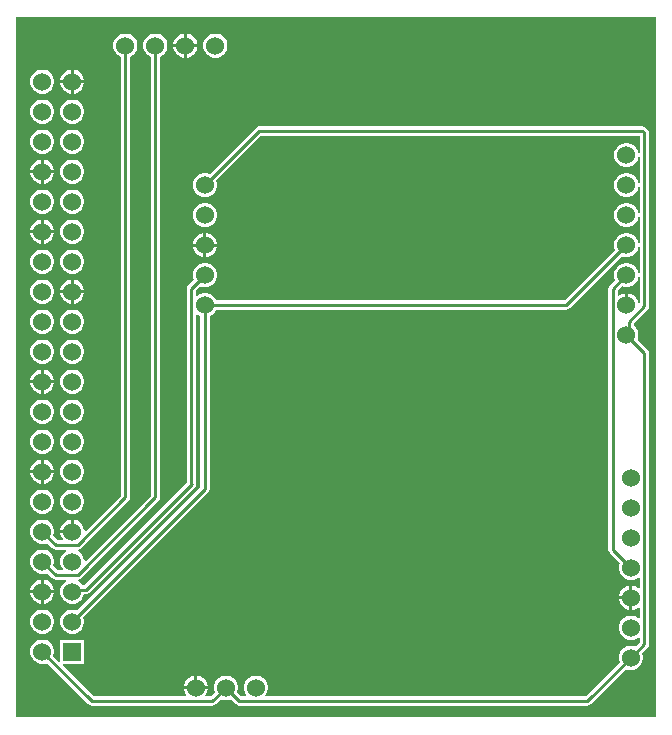
<source format=gtl>
G04*
G04 #@! TF.GenerationSoftware,Altium Limited,Altium Designer,23.4.1 (23)*
G04*
G04 Layer_Physical_Order=1*
G04 Layer_Color=255*
%FSLAX44Y44*%
%MOMM*%
G71*
G04*
G04 #@! TF.SameCoordinates,85A289D2-1239-4559-B1A6-7CFCC22C1876*
G04*
G04*
G04 #@! TF.FilePolarity,Positive*
G04*
G01*
G75*
%ADD10C,0.2540*%
%ADD13C,1.5240*%
%ADD14R,1.5240X1.5240*%
G36*
X546025Y367105D02*
X3885D01*
X3885Y960045D01*
X546025Y960045D01*
X546025Y367105D01*
D02*
G37*
%LPC*%
G36*
X148658Y946150D02*
X148590D01*
Y937260D01*
X157480D01*
Y937328D01*
X156788Y939912D01*
X155450Y942228D01*
X153558Y944120D01*
X151242Y945458D01*
X148658Y946150D01*
D02*
G37*
G36*
X146050D02*
X145982D01*
X143398Y945458D01*
X141082Y944120D01*
X139190Y942228D01*
X137852Y939912D01*
X137160Y937328D01*
Y937260D01*
X146050D01*
Y946150D01*
D02*
G37*
G36*
X174058D02*
X171382D01*
X168798Y945458D01*
X166482Y944120D01*
X164590Y942228D01*
X163252Y939912D01*
X162560Y937328D01*
Y934652D01*
X163252Y932068D01*
X164590Y929752D01*
X166482Y927860D01*
X168798Y926522D01*
X171382Y925830D01*
X174058D01*
X176642Y926522D01*
X178958Y927860D01*
X180850Y929752D01*
X182188Y932068D01*
X182880Y934652D01*
Y937328D01*
X182188Y939912D01*
X180850Y942228D01*
X178958Y944120D01*
X176642Y945458D01*
X174058Y946150D01*
D02*
G37*
G36*
X157480Y934720D02*
X148590D01*
Y925830D01*
X148658D01*
X151242Y926522D01*
X153558Y927860D01*
X155450Y929752D01*
X156788Y932068D01*
X157480Y934652D01*
Y934720D01*
D02*
G37*
G36*
X146050D02*
X137160D01*
Y934652D01*
X137852Y932068D01*
X139190Y929752D01*
X141082Y927860D01*
X143398Y926522D01*
X145982Y925830D01*
X146050D01*
Y934720D01*
D02*
G37*
G36*
X52807Y915670D02*
X52740D01*
Y906780D01*
X61630D01*
Y906848D01*
X60938Y909432D01*
X59600Y911748D01*
X57708Y913640D01*
X55392Y914978D01*
X52807Y915670D01*
D02*
G37*
G36*
X50200D02*
X50132D01*
X47548Y914978D01*
X45232Y913640D01*
X43340Y911748D01*
X42002Y909432D01*
X41310Y906848D01*
Y906780D01*
X50200D01*
Y915670D01*
D02*
G37*
G36*
X61630Y904240D02*
X52740D01*
Y895350D01*
X52807D01*
X55392Y896042D01*
X57708Y897380D01*
X59600Y899272D01*
X60938Y901588D01*
X61630Y904172D01*
Y904240D01*
D02*
G37*
G36*
X50200D02*
X41310D01*
Y904172D01*
X42002Y901588D01*
X43340Y899272D01*
X45232Y897380D01*
X47548Y896042D01*
X50132Y895350D01*
X50200D01*
Y904240D01*
D02*
G37*
G36*
X27408Y915670D02*
X24732D01*
X22148Y914978D01*
X19832Y913640D01*
X17940Y911748D01*
X16602Y909432D01*
X15910Y906848D01*
Y904172D01*
X16602Y901588D01*
X17940Y899272D01*
X19832Y897380D01*
X22148Y896042D01*
X24732Y895350D01*
X27408D01*
X29992Y896042D01*
X32308Y897380D01*
X34200Y899272D01*
X35538Y901588D01*
X36230Y904172D01*
Y906848D01*
X35538Y909432D01*
X34200Y911748D01*
X32308Y913640D01*
X29992Y914978D01*
X27408Y915670D01*
D02*
G37*
G36*
X52807Y890270D02*
X50132D01*
X47548Y889578D01*
X45232Y888240D01*
X43340Y886348D01*
X42002Y884032D01*
X41310Y881448D01*
Y878772D01*
X42002Y876188D01*
X43340Y873872D01*
X45232Y871980D01*
X47548Y870642D01*
X50132Y869950D01*
X52807D01*
X55392Y870642D01*
X57708Y871980D01*
X59600Y873872D01*
X60938Y876188D01*
X61630Y878772D01*
Y881448D01*
X60938Y884032D01*
X59600Y886348D01*
X57708Y888240D01*
X55392Y889578D01*
X52807Y890270D01*
D02*
G37*
G36*
X27408D02*
X24732D01*
X22148Y889578D01*
X19832Y888240D01*
X17940Y886348D01*
X16602Y884032D01*
X15910Y881448D01*
Y878772D01*
X16602Y876188D01*
X17940Y873872D01*
X19832Y871980D01*
X22148Y870642D01*
X24732Y869950D01*
X27408D01*
X29992Y870642D01*
X32308Y871980D01*
X34200Y873872D01*
X35538Y876188D01*
X36230Y878772D01*
Y881448D01*
X35538Y884032D01*
X34200Y886348D01*
X32308Y888240D01*
X29992Y889578D01*
X27408Y890270D01*
D02*
G37*
G36*
X52807Y864870D02*
X50132D01*
X47548Y864178D01*
X45232Y862840D01*
X43340Y860948D01*
X42002Y858632D01*
X41310Y856048D01*
Y853372D01*
X42002Y850788D01*
X43340Y848472D01*
X45232Y846580D01*
X47548Y845242D01*
X50132Y844550D01*
X52807D01*
X55392Y845242D01*
X57708Y846580D01*
X59600Y848472D01*
X60938Y850788D01*
X61630Y853372D01*
Y856048D01*
X60938Y858632D01*
X59600Y860948D01*
X57708Y862840D01*
X55392Y864178D01*
X52807Y864870D01*
D02*
G37*
G36*
X27408D02*
X24732D01*
X22148Y864178D01*
X19832Y862840D01*
X17940Y860948D01*
X16602Y858632D01*
X15910Y856048D01*
Y853372D01*
X16602Y850788D01*
X17940Y848472D01*
X19832Y846580D01*
X22148Y845242D01*
X24732Y844550D01*
X27408D01*
X29992Y845242D01*
X32308Y846580D01*
X34200Y848472D01*
X35538Y850788D01*
X36230Y853372D01*
Y856048D01*
X35538Y858632D01*
X34200Y860948D01*
X32308Y862840D01*
X29992Y864178D01*
X27408Y864870D01*
D02*
G37*
G36*
Y839470D02*
X27340D01*
Y830580D01*
X36230D01*
Y830648D01*
X35538Y833232D01*
X34200Y835548D01*
X32308Y837440D01*
X29992Y838778D01*
X27408Y839470D01*
D02*
G37*
G36*
X24800D02*
X24732D01*
X22148Y838778D01*
X19832Y837440D01*
X17940Y835548D01*
X16602Y833232D01*
X15910Y830648D01*
Y830580D01*
X24800D01*
Y839470D01*
D02*
G37*
G36*
X52807D02*
X50132D01*
X47548Y838778D01*
X45232Y837440D01*
X43340Y835548D01*
X42002Y833232D01*
X41310Y830648D01*
Y827972D01*
X42002Y825388D01*
X43340Y823072D01*
X45232Y821180D01*
X47548Y819842D01*
X50132Y819150D01*
X52807D01*
X55392Y819842D01*
X57708Y821180D01*
X59600Y823072D01*
X60938Y825388D01*
X61630Y827972D01*
Y830648D01*
X60938Y833232D01*
X59600Y835548D01*
X57708Y837440D01*
X55392Y838778D01*
X52807Y839470D01*
D02*
G37*
G36*
X36230Y828040D02*
X27340D01*
Y819150D01*
X27408D01*
X29992Y819842D01*
X32308Y821180D01*
X34200Y823072D01*
X35538Y825388D01*
X36230Y827972D01*
Y828040D01*
D02*
G37*
G36*
X24800D02*
X15910D01*
Y827972D01*
X16602Y825388D01*
X17940Y823072D01*
X19832Y821180D01*
X22148Y819842D01*
X24732Y819150D01*
X24800D01*
Y828040D01*
D02*
G37*
G36*
X52807Y814070D02*
X50132D01*
X47548Y813378D01*
X45232Y812040D01*
X43340Y810148D01*
X42002Y807832D01*
X41310Y805248D01*
Y802572D01*
X42002Y799988D01*
X43340Y797672D01*
X45232Y795780D01*
X47548Y794442D01*
X50132Y793750D01*
X52807D01*
X55392Y794442D01*
X57708Y795780D01*
X59600Y797672D01*
X60938Y799988D01*
X61630Y802572D01*
Y805248D01*
X60938Y807832D01*
X59600Y810148D01*
X57708Y812040D01*
X55392Y813378D01*
X52807Y814070D01*
D02*
G37*
G36*
X27408D02*
X24732D01*
X22148Y813378D01*
X19832Y812040D01*
X17940Y810148D01*
X16602Y807832D01*
X15910Y805248D01*
Y802572D01*
X16602Y799988D01*
X17940Y797672D01*
X19832Y795780D01*
X22148Y794442D01*
X24732Y793750D01*
X27408D01*
X29992Y794442D01*
X32308Y795780D01*
X34200Y797672D01*
X35538Y799988D01*
X36230Y802572D01*
Y805248D01*
X35538Y807832D01*
X34200Y810148D01*
X32308Y812040D01*
X29992Y813378D01*
X27408Y814070D01*
D02*
G37*
G36*
X165168Y802640D02*
X162492D01*
X159908Y801948D01*
X157592Y800610D01*
X155700Y798718D01*
X154362Y796402D01*
X153670Y793818D01*
Y791142D01*
X154362Y788558D01*
X155700Y786242D01*
X157592Y784350D01*
X159908Y783012D01*
X162492Y782320D01*
X165168D01*
X167752Y783012D01*
X170068Y784350D01*
X171960Y786242D01*
X173298Y788558D01*
X173990Y791142D01*
Y793818D01*
X173298Y796402D01*
X171960Y798718D01*
X170068Y800610D01*
X167752Y801948D01*
X165168Y802640D01*
D02*
G37*
G36*
X27408Y788670D02*
X27340D01*
Y779780D01*
X36230D01*
Y779848D01*
X35538Y782432D01*
X34200Y784748D01*
X32308Y786640D01*
X29992Y787978D01*
X27408Y788670D01*
D02*
G37*
G36*
X24800D02*
X24732D01*
X22148Y787978D01*
X19832Y786640D01*
X17940Y784748D01*
X16602Y782432D01*
X15910Y779848D01*
Y779780D01*
X24800D01*
Y788670D01*
D02*
G37*
G36*
X165168Y777240D02*
X165100D01*
Y768350D01*
X173990D01*
Y768418D01*
X173298Y771002D01*
X171960Y773318D01*
X170068Y775210D01*
X167752Y776548D01*
X165168Y777240D01*
D02*
G37*
G36*
X52807Y788670D02*
X50132D01*
X47548Y787978D01*
X45232Y786640D01*
X43340Y784748D01*
X42002Y782432D01*
X41310Y779848D01*
Y777172D01*
X42002Y774588D01*
X43340Y772272D01*
X45232Y770380D01*
X47548Y769042D01*
X50132Y768350D01*
X52807D01*
X55392Y769042D01*
X57708Y770380D01*
X59600Y772272D01*
X60938Y774588D01*
X61630Y777172D01*
Y779848D01*
X60938Y782432D01*
X59600Y784748D01*
X57708Y786640D01*
X55392Y787978D01*
X52807Y788670D01*
D02*
G37*
G36*
X36230Y777240D02*
X27340D01*
Y768350D01*
X27408D01*
X29992Y769042D01*
X32308Y770380D01*
X34200Y772272D01*
X35538Y774588D01*
X36230Y777172D01*
Y777240D01*
D02*
G37*
G36*
X24800D02*
X15910D01*
Y777172D01*
X16602Y774588D01*
X17940Y772272D01*
X19832Y770380D01*
X22148Y769042D01*
X24732Y768350D01*
X24800D01*
Y777240D01*
D02*
G37*
G36*
X162560D02*
X162492D01*
X159908Y776548D01*
X157592Y775210D01*
X155700Y773318D01*
X154362Y771002D01*
X153670Y768418D01*
Y768350D01*
X162560D01*
Y777240D01*
D02*
G37*
G36*
X173990Y765810D02*
X165100D01*
Y756920D01*
X165168D01*
X167752Y757612D01*
X170068Y758950D01*
X171960Y760842D01*
X173298Y763158D01*
X173990Y765742D01*
Y765810D01*
D02*
G37*
G36*
X162560D02*
X153670D01*
Y765742D01*
X154362Y763158D01*
X155700Y760842D01*
X157592Y758950D01*
X159908Y757612D01*
X162492Y756920D01*
X162560D01*
Y765810D01*
D02*
G37*
G36*
X52807Y763270D02*
X50132D01*
X47548Y762578D01*
X45232Y761240D01*
X43340Y759348D01*
X42002Y757032D01*
X41310Y754448D01*
Y751772D01*
X42002Y749188D01*
X43340Y746872D01*
X45232Y744980D01*
X47548Y743642D01*
X50132Y742950D01*
X52807D01*
X55392Y743642D01*
X57708Y744980D01*
X59600Y746872D01*
X60938Y749188D01*
X61630Y751772D01*
Y754448D01*
X60938Y757032D01*
X59600Y759348D01*
X57708Y761240D01*
X55392Y762578D01*
X52807Y763270D01*
D02*
G37*
G36*
X27408D02*
X24732D01*
X22148Y762578D01*
X19832Y761240D01*
X17940Y759348D01*
X16602Y757032D01*
X15910Y754448D01*
Y751772D01*
X16602Y749188D01*
X17940Y746872D01*
X19832Y744980D01*
X22148Y743642D01*
X24732Y742950D01*
X27408D01*
X29992Y743642D01*
X32308Y744980D01*
X34200Y746872D01*
X35538Y749188D01*
X36230Y751772D01*
Y754448D01*
X35538Y757032D01*
X34200Y759348D01*
X32308Y761240D01*
X29992Y762578D01*
X27408Y763270D01*
D02*
G37*
G36*
X52807Y737870D02*
X52740D01*
Y728980D01*
X61630D01*
Y729048D01*
X60938Y731632D01*
X59600Y733948D01*
X57708Y735840D01*
X55392Y737178D01*
X52807Y737870D01*
D02*
G37*
G36*
X50200D02*
X50132D01*
X47548Y737178D01*
X45232Y735840D01*
X43340Y733948D01*
X42002Y731632D01*
X41310Y729048D01*
Y728980D01*
X50200D01*
Y737870D01*
D02*
G37*
G36*
X61630Y726440D02*
X52740D01*
Y717550D01*
X52807D01*
X55392Y718242D01*
X57708Y719580D01*
X59600Y721472D01*
X60938Y723788D01*
X61630Y726372D01*
Y726440D01*
D02*
G37*
G36*
X50200D02*
X41310D01*
Y726372D01*
X42002Y723788D01*
X43340Y721472D01*
X45232Y719580D01*
X47548Y718242D01*
X50132Y717550D01*
X50200D01*
Y726440D01*
D02*
G37*
G36*
X27408Y737870D02*
X24732D01*
X22148Y737178D01*
X19832Y735840D01*
X17940Y733948D01*
X16602Y731632D01*
X15910Y729048D01*
Y726372D01*
X16602Y723788D01*
X17940Y721472D01*
X19832Y719580D01*
X22148Y718242D01*
X24732Y717550D01*
X27408D01*
X29992Y718242D01*
X32308Y719580D01*
X34200Y721472D01*
X35538Y723788D01*
X36230Y726372D01*
Y729048D01*
X35538Y731632D01*
X34200Y733948D01*
X32308Y735840D01*
X29992Y737178D01*
X27408Y737870D01*
D02*
G37*
G36*
X52807Y712470D02*
X50132D01*
X47548Y711778D01*
X45232Y710440D01*
X43340Y708548D01*
X42002Y706232D01*
X41310Y703648D01*
Y700972D01*
X42002Y698388D01*
X43340Y696072D01*
X45232Y694180D01*
X47548Y692842D01*
X50132Y692150D01*
X52807D01*
X55392Y692842D01*
X57708Y694180D01*
X59600Y696072D01*
X60938Y698388D01*
X61630Y700972D01*
Y703648D01*
X60938Y706232D01*
X59600Y708548D01*
X57708Y710440D01*
X55392Y711778D01*
X52807Y712470D01*
D02*
G37*
G36*
X27408D02*
X24732D01*
X22148Y711778D01*
X19832Y710440D01*
X17940Y708548D01*
X16602Y706232D01*
X15910Y703648D01*
Y700972D01*
X16602Y698388D01*
X17940Y696072D01*
X19832Y694180D01*
X22148Y692842D01*
X24732Y692150D01*
X27408D01*
X29992Y692842D01*
X32308Y694180D01*
X34200Y696072D01*
X35538Y698388D01*
X36230Y700972D01*
Y703648D01*
X35538Y706232D01*
X34200Y708548D01*
X32308Y710440D01*
X29992Y711778D01*
X27408Y712470D01*
D02*
G37*
G36*
X52807Y687070D02*
X50132D01*
X47548Y686378D01*
X45232Y685040D01*
X43340Y683148D01*
X42002Y680832D01*
X41310Y678248D01*
Y675572D01*
X42002Y672988D01*
X43340Y670672D01*
X45232Y668780D01*
X47548Y667442D01*
X50132Y666750D01*
X52807D01*
X55392Y667442D01*
X57708Y668780D01*
X59600Y670672D01*
X60938Y672988D01*
X61630Y675572D01*
Y678248D01*
X60938Y680832D01*
X59600Y683148D01*
X57708Y685040D01*
X55392Y686378D01*
X52807Y687070D01*
D02*
G37*
G36*
X27408D02*
X24732D01*
X22148Y686378D01*
X19832Y685040D01*
X17940Y683148D01*
X16602Y680832D01*
X15910Y678248D01*
Y675572D01*
X16602Y672988D01*
X17940Y670672D01*
X19832Y668780D01*
X22148Y667442D01*
X24732Y666750D01*
X27408D01*
X29992Y667442D01*
X32308Y668780D01*
X34200Y670672D01*
X35538Y672988D01*
X36230Y675572D01*
Y678248D01*
X35538Y680832D01*
X34200Y683148D01*
X32308Y685040D01*
X29992Y686378D01*
X27408Y687070D01*
D02*
G37*
G36*
Y661670D02*
X27340D01*
Y652780D01*
X36230D01*
Y652848D01*
X35538Y655432D01*
X34200Y657748D01*
X32308Y659640D01*
X29992Y660978D01*
X27408Y661670D01*
D02*
G37*
G36*
X24800D02*
X24732D01*
X22148Y660978D01*
X19832Y659640D01*
X17940Y657748D01*
X16602Y655432D01*
X15910Y652848D01*
Y652780D01*
X24800D01*
Y661670D01*
D02*
G37*
G36*
X52807D02*
X50132D01*
X47548Y660978D01*
X45232Y659640D01*
X43340Y657748D01*
X42002Y655432D01*
X41310Y652848D01*
Y650172D01*
X42002Y647588D01*
X43340Y645272D01*
X45232Y643380D01*
X47548Y642042D01*
X50132Y641350D01*
X52807D01*
X55392Y642042D01*
X57708Y643380D01*
X59600Y645272D01*
X60938Y647588D01*
X61630Y650172D01*
Y652848D01*
X60938Y655432D01*
X59600Y657748D01*
X57708Y659640D01*
X55392Y660978D01*
X52807Y661670D01*
D02*
G37*
G36*
X36230Y650240D02*
X27340D01*
Y641350D01*
X27408D01*
X29992Y642042D01*
X32308Y643380D01*
X34200Y645272D01*
X35538Y647588D01*
X36230Y650172D01*
Y650240D01*
D02*
G37*
G36*
X24800D02*
X15910D01*
Y650172D01*
X16602Y647588D01*
X17940Y645272D01*
X19832Y643380D01*
X22148Y642042D01*
X24732Y641350D01*
X24800D01*
Y650240D01*
D02*
G37*
G36*
X52807Y636270D02*
X50132D01*
X47548Y635578D01*
X45232Y634240D01*
X43340Y632348D01*
X42002Y630032D01*
X41310Y627448D01*
Y624772D01*
X42002Y622188D01*
X43340Y619872D01*
X45232Y617980D01*
X47548Y616642D01*
X50132Y615950D01*
X52807D01*
X55392Y616642D01*
X57708Y617980D01*
X59600Y619872D01*
X60938Y622188D01*
X61630Y624772D01*
Y627448D01*
X60938Y630032D01*
X59600Y632348D01*
X57708Y634240D01*
X55392Y635578D01*
X52807Y636270D01*
D02*
G37*
G36*
X27408D02*
X24732D01*
X22148Y635578D01*
X19832Y634240D01*
X17940Y632348D01*
X16602Y630032D01*
X15910Y627448D01*
Y624772D01*
X16602Y622188D01*
X17940Y619872D01*
X19832Y617980D01*
X22148Y616642D01*
X24732Y615950D01*
X27408D01*
X29992Y616642D01*
X32308Y617980D01*
X34200Y619872D01*
X35538Y622188D01*
X36230Y624772D01*
Y627448D01*
X35538Y630032D01*
X34200Y632348D01*
X32308Y634240D01*
X29992Y635578D01*
X27408Y636270D01*
D02*
G37*
G36*
X52807Y610870D02*
X50132D01*
X47548Y610178D01*
X45232Y608840D01*
X43340Y606948D01*
X42002Y604632D01*
X41310Y602048D01*
Y599372D01*
X42002Y596788D01*
X43340Y594472D01*
X45232Y592580D01*
X47548Y591242D01*
X50132Y590550D01*
X52807D01*
X55392Y591242D01*
X57708Y592580D01*
X59600Y594472D01*
X60938Y596788D01*
X61630Y599372D01*
Y602048D01*
X60938Y604632D01*
X59600Y606948D01*
X57708Y608840D01*
X55392Y610178D01*
X52807Y610870D01*
D02*
G37*
G36*
X27408D02*
X24732D01*
X22148Y610178D01*
X19832Y608840D01*
X17940Y606948D01*
X16602Y604632D01*
X15910Y602048D01*
Y599372D01*
X16602Y596788D01*
X17940Y594472D01*
X19832Y592580D01*
X22148Y591242D01*
X24732Y590550D01*
X27408D01*
X29992Y591242D01*
X32308Y592580D01*
X34200Y594472D01*
X35538Y596788D01*
X36230Y599372D01*
Y602048D01*
X35538Y604632D01*
X34200Y606948D01*
X32308Y608840D01*
X29992Y610178D01*
X27408Y610870D01*
D02*
G37*
G36*
Y585470D02*
X27340D01*
Y576580D01*
X36230D01*
Y576648D01*
X35538Y579232D01*
X34200Y581548D01*
X32308Y583440D01*
X29992Y584778D01*
X27408Y585470D01*
D02*
G37*
G36*
X24800D02*
X24732D01*
X22148Y584778D01*
X19832Y583440D01*
X17940Y581548D01*
X16602Y579232D01*
X15910Y576648D01*
Y576580D01*
X24800D01*
Y585470D01*
D02*
G37*
G36*
X52807D02*
X50132D01*
X47548Y584778D01*
X45232Y583440D01*
X43340Y581548D01*
X42002Y579232D01*
X41310Y576648D01*
Y573972D01*
X42002Y571388D01*
X43340Y569072D01*
X45232Y567180D01*
X47548Y565842D01*
X50132Y565150D01*
X52807D01*
X55392Y565842D01*
X57708Y567180D01*
X59600Y569072D01*
X60938Y571388D01*
X61630Y573972D01*
Y576648D01*
X60938Y579232D01*
X59600Y581548D01*
X57708Y583440D01*
X55392Y584778D01*
X52807Y585470D01*
D02*
G37*
G36*
X36230Y574040D02*
X27340D01*
Y565150D01*
X27408D01*
X29992Y565842D01*
X32308Y567180D01*
X34200Y569072D01*
X35538Y571388D01*
X36230Y573972D01*
Y574040D01*
D02*
G37*
G36*
X24800D02*
X15910D01*
Y573972D01*
X16602Y571388D01*
X17940Y569072D01*
X19832Y567180D01*
X22148Y565842D01*
X24732Y565150D01*
X24800D01*
Y574040D01*
D02*
G37*
G36*
X52807Y560070D02*
X50132D01*
X47548Y559378D01*
X45232Y558040D01*
X43340Y556148D01*
X42002Y553832D01*
X41310Y551248D01*
Y548572D01*
X42002Y545988D01*
X43340Y543672D01*
X45232Y541780D01*
X47548Y540442D01*
X50132Y539750D01*
X52807D01*
X55392Y540442D01*
X57708Y541780D01*
X59600Y543672D01*
X60938Y545988D01*
X61630Y548572D01*
Y551248D01*
X60938Y553832D01*
X59600Y556148D01*
X57708Y558040D01*
X55392Y559378D01*
X52807Y560070D01*
D02*
G37*
G36*
X27408D02*
X24732D01*
X22148Y559378D01*
X19832Y558040D01*
X17940Y556148D01*
X16602Y553832D01*
X15910Y551248D01*
Y548572D01*
X16602Y545988D01*
X17940Y543672D01*
X19832Y541780D01*
X22148Y540442D01*
X24732Y539750D01*
X27408D01*
X29992Y540442D01*
X32308Y541780D01*
X34200Y543672D01*
X35538Y545988D01*
X36230Y548572D01*
Y551248D01*
X35538Y553832D01*
X34200Y556148D01*
X32308Y558040D01*
X29992Y559378D01*
X27408Y560070D01*
D02*
G37*
G36*
X50200Y534670D02*
X50132D01*
X47548Y533978D01*
X45232Y532640D01*
X43340Y530748D01*
X42002Y528432D01*
X41310Y525848D01*
Y525780D01*
X50200D01*
Y534670D01*
D02*
G37*
G36*
X123258Y946150D02*
X120582D01*
X117998Y945458D01*
X115682Y944120D01*
X113790Y942228D01*
X112452Y939912D01*
X111760Y937328D01*
Y934652D01*
X112452Y932068D01*
X113790Y929752D01*
X115682Y927860D01*
X117998Y926522D01*
X118035Y926513D01*
Y555005D01*
X62803Y499773D01*
X61630Y500259D01*
Y500448D01*
X60938Y503032D01*
X59600Y505348D01*
X57708Y507240D01*
X56472Y507954D01*
X56693Y509293D01*
X57691Y509491D01*
X58951Y510333D01*
X99267Y550649D01*
X100109Y551909D01*
X100405Y553396D01*
Y926513D01*
X100442Y926522D01*
X102758Y927860D01*
X104650Y929752D01*
X105988Y932068D01*
X106680Y934652D01*
Y937328D01*
X105988Y939912D01*
X104650Y942228D01*
X102758Y944120D01*
X100442Y945458D01*
X97858Y946150D01*
X95182D01*
X92598Y945458D01*
X90282Y944120D01*
X88390Y942228D01*
X87052Y939912D01*
X86360Y937328D01*
Y934652D01*
X87052Y932068D01*
X88390Y929752D01*
X90282Y927860D01*
X92598Y926522D01*
X92635Y926513D01*
Y555005D01*
X62803Y525173D01*
X61630Y525659D01*
Y525848D01*
X60938Y528432D01*
X59600Y530748D01*
X57708Y532640D01*
X55392Y533978D01*
X52807Y534670D01*
X52740D01*
Y524510D01*
X51470D01*
Y523240D01*
X41310D01*
Y523172D01*
X42002Y520588D01*
X43340Y518272D01*
X43474Y518138D01*
X42987Y516965D01*
X39109D01*
X35518Y520555D01*
X35538Y520588D01*
X36230Y523172D01*
Y525848D01*
X35538Y528432D01*
X34200Y530748D01*
X32308Y532640D01*
X29992Y533978D01*
X27408Y534670D01*
X24732D01*
X22148Y533978D01*
X19832Y532640D01*
X17940Y530748D01*
X16602Y528432D01*
X15910Y525848D01*
Y523172D01*
X16602Y520588D01*
X17940Y518272D01*
X19832Y516380D01*
X22148Y515042D01*
X24732Y514350D01*
X27408D01*
X29992Y515042D01*
X30025Y515061D01*
X34753Y510333D01*
X36013Y509491D01*
X37500Y509195D01*
X46078D01*
X46419Y507925D01*
X45232Y507240D01*
X43340Y505348D01*
X42002Y503032D01*
X41310Y500448D01*
Y497772D01*
X42002Y495188D01*
X43340Y492872D01*
X43474Y492738D01*
X42987Y491565D01*
X39109D01*
X35518Y495155D01*
X35538Y495188D01*
X36230Y497772D01*
Y500448D01*
X35538Y503032D01*
X34200Y505348D01*
X32308Y507240D01*
X29992Y508578D01*
X27408Y509270D01*
X24732D01*
X22148Y508578D01*
X19832Y507240D01*
X17940Y505348D01*
X16602Y503032D01*
X15910Y500448D01*
Y497772D01*
X16602Y495188D01*
X17940Y492872D01*
X19832Y490980D01*
X22148Y489642D01*
X24732Y488950D01*
X27408D01*
X29992Y489642D01*
X30025Y489661D01*
X34753Y484933D01*
X36013Y484091D01*
X37500Y483795D01*
X46078D01*
X46419Y482525D01*
X45232Y481840D01*
X43340Y479948D01*
X42002Y477632D01*
X41310Y475048D01*
Y472372D01*
X42002Y469788D01*
X43340Y467472D01*
X45232Y465580D01*
X47548Y464242D01*
X50132Y463550D01*
X52807D01*
X55392Y464242D01*
X57708Y465580D01*
X59600Y467472D01*
X60938Y469788D01*
X61350Y471329D01*
X62900D01*
X64387Y471625D01*
X65647Y472467D01*
X155365Y562185D01*
X155365Y562185D01*
X156207Y563446D01*
X156503Y564932D01*
X156285Y566028D01*
Y707798D01*
X157458Y708284D01*
X157592Y708150D01*
X159908Y706812D01*
X159945Y706803D01*
Y562279D01*
X55425Y457758D01*
X55392Y457778D01*
X52807Y458470D01*
X50132D01*
X47548Y457778D01*
X45232Y456440D01*
X43340Y454548D01*
X42002Y452232D01*
X41310Y449648D01*
Y446972D01*
X42002Y444388D01*
X43340Y442072D01*
X45232Y440180D01*
X47548Y438842D01*
X50132Y438150D01*
X52807D01*
X55392Y438842D01*
X57708Y440180D01*
X59600Y442072D01*
X60938Y444388D01*
X61630Y446972D01*
Y449648D01*
X60938Y452232D01*
X60918Y452265D01*
X166577Y557923D01*
X167419Y559184D01*
X167715Y560670D01*
Y706803D01*
X167752Y706812D01*
X170068Y708150D01*
X171960Y710042D01*
X173298Y712358D01*
X173307Y712395D01*
X469900D01*
X471387Y712691D01*
X472647Y713533D01*
X516745Y757632D01*
X516778Y757612D01*
X519362Y756920D01*
X522038D01*
X524622Y757612D01*
X526938Y758950D01*
X528830Y760842D01*
X530168Y763158D01*
X530785Y765464D01*
X532055Y765297D01*
Y743463D01*
X530785Y743296D01*
X530168Y745602D01*
X528830Y747918D01*
X526938Y749810D01*
X524622Y751148D01*
X522038Y751840D01*
X519362D01*
X516778Y751148D01*
X514462Y749810D01*
X512570Y747918D01*
X511232Y745602D01*
X510540Y743018D01*
Y740342D01*
X511232Y737758D01*
X511251Y737725D01*
X506523Y732997D01*
X505681Y731737D01*
X505385Y730250D01*
Y509270D01*
X505681Y507783D01*
X506523Y506523D01*
X515061Y497985D01*
X515042Y497952D01*
X514350Y495368D01*
Y492692D01*
X515042Y490108D01*
X516380Y487792D01*
X518272Y485900D01*
X520588Y484562D01*
X523172Y483870D01*
X525848D01*
X528432Y484562D01*
X530748Y485900D01*
X530882Y486034D01*
X532055Y485548D01*
Y477112D01*
X530882Y476626D01*
X530748Y476760D01*
X528432Y478098D01*
X525848Y478790D01*
X525780D01*
Y468630D01*
Y458470D01*
X525848D01*
X528432Y459162D01*
X530748Y460500D01*
X530882Y460634D01*
X532055Y460148D01*
Y451712D01*
X530882Y451226D01*
X530748Y451360D01*
X528432Y452698D01*
X525848Y453390D01*
X523172D01*
X520588Y452698D01*
X518272Y451360D01*
X516380Y449468D01*
X515042Y447152D01*
X514350Y444568D01*
Y441892D01*
X515042Y439308D01*
X516380Y436992D01*
X518272Y435100D01*
X520588Y433762D01*
X523172Y433070D01*
X525848D01*
X528432Y433762D01*
X530748Y435100D01*
X530882Y435234D01*
X532055Y434748D01*
Y430869D01*
X528465Y427279D01*
X528432Y427298D01*
X525848Y427990D01*
X523172D01*
X520588Y427298D01*
X518272Y425960D01*
X516380Y424068D01*
X515042Y421752D01*
X514350Y419168D01*
Y416492D01*
X515042Y413908D01*
X515061Y413875D01*
X486071Y384885D01*
X215492D01*
X215006Y386058D01*
X215140Y386192D01*
X216478Y388508D01*
X217170Y391092D01*
Y393768D01*
X216478Y396352D01*
X215140Y398668D01*
X213248Y400560D01*
X210932Y401898D01*
X208348Y402590D01*
X205672D01*
X203088Y401898D01*
X200772Y400560D01*
X198880Y398668D01*
X197542Y396352D01*
X196850Y393768D01*
Y391092D01*
X197542Y388508D01*
X198880Y386192D01*
X199014Y386058D01*
X198528Y384885D01*
X194649D01*
X191059Y388475D01*
X191078Y388508D01*
X191770Y391092D01*
Y393768D01*
X191078Y396352D01*
X189740Y398668D01*
X187848Y400560D01*
X185532Y401898D01*
X182948Y402590D01*
X180272D01*
X177688Y401898D01*
X175372Y400560D01*
X173480Y398668D01*
X172142Y396352D01*
X171450Y393768D01*
Y391092D01*
X172142Y388508D01*
X172162Y388475D01*
X168571Y384885D01*
X164692D01*
X164206Y386058D01*
X164340Y386192D01*
X165678Y388508D01*
X166370Y391092D01*
Y391160D01*
X146050D01*
Y391092D01*
X146742Y388508D01*
X148080Y386192D01*
X148214Y386058D01*
X147728Y384885D01*
X69589D01*
X42897Y411577D01*
X43383Y412750D01*
X61630D01*
Y433070D01*
X41310D01*
Y414823D01*
X40137Y414337D01*
X35518Y418955D01*
X35538Y418988D01*
X36230Y421572D01*
Y424248D01*
X35538Y426832D01*
X34200Y429148D01*
X32308Y431040D01*
X29992Y432378D01*
X27408Y433070D01*
X24732D01*
X22148Y432378D01*
X19832Y431040D01*
X17940Y429148D01*
X16602Y426832D01*
X15910Y424248D01*
Y421572D01*
X16602Y418988D01*
X17940Y416672D01*
X19832Y414780D01*
X22148Y413442D01*
X24732Y412750D01*
X27408D01*
X29992Y413442D01*
X30025Y413461D01*
X65233Y378253D01*
X66493Y377411D01*
X67980Y377115D01*
X170180D01*
X171667Y377411D01*
X172927Y378253D01*
X177655Y382981D01*
X177688Y382962D01*
X180272Y382270D01*
X182948D01*
X185532Y382962D01*
X185565Y382981D01*
X190293Y378253D01*
X191553Y377411D01*
X193040Y377115D01*
X487680D01*
X489167Y377411D01*
X490427Y378253D01*
X520555Y408382D01*
X520588Y408362D01*
X523172Y407670D01*
X525848D01*
X528432Y408362D01*
X530748Y409700D01*
X532640Y411592D01*
X533978Y413908D01*
X534670Y416492D01*
Y419168D01*
X533978Y421752D01*
X533959Y421785D01*
X538687Y426513D01*
X539529Y427773D01*
X539825Y429260D01*
Y675640D01*
X539529Y677127D01*
X538687Y678387D01*
X530149Y686925D01*
X530168Y686958D01*
X530860Y689542D01*
Y692218D01*
X530168Y694802D01*
X528830Y697118D01*
X526938Y699010D01*
X526779Y699102D01*
Y700701D01*
X538687Y712609D01*
X539529Y713869D01*
X539825Y715356D01*
Y862112D01*
X539529Y863599D01*
X538687Y864859D01*
X537199Y866347D01*
X535939Y867189D01*
X534452Y867485D01*
X209550D01*
X208063Y867189D01*
X206803Y866347D01*
X167785Y827328D01*
X167752Y827348D01*
X165168Y828040D01*
X162492D01*
X159908Y827348D01*
X157592Y826010D01*
X155700Y824118D01*
X154362Y821802D01*
X153670Y819218D01*
Y816542D01*
X154362Y813958D01*
X155700Y811642D01*
X157592Y809750D01*
X159908Y808412D01*
X162492Y807720D01*
X165168D01*
X167752Y808412D01*
X170068Y809750D01*
X171960Y811642D01*
X173298Y813958D01*
X173990Y816542D01*
Y819218D01*
X173298Y821802D01*
X173279Y821835D01*
X211159Y859715D01*
X532055D01*
Y845063D01*
X530785Y844896D01*
X530168Y847202D01*
X528830Y849518D01*
X526938Y851410D01*
X524622Y852748D01*
X522038Y853440D01*
X519362D01*
X516778Y852748D01*
X514462Y851410D01*
X512570Y849518D01*
X511232Y847202D01*
X510540Y844618D01*
Y841942D01*
X511232Y839358D01*
X512570Y837042D01*
X514462Y835150D01*
X516778Y833812D01*
X519362Y833120D01*
X522038D01*
X524622Y833812D01*
X526938Y835150D01*
X528830Y837042D01*
X530168Y839358D01*
X530785Y841664D01*
X532055Y841497D01*
Y819663D01*
X530785Y819496D01*
X530168Y821802D01*
X528830Y824118D01*
X526938Y826010D01*
X524622Y827348D01*
X522038Y828040D01*
X519362D01*
X516778Y827348D01*
X514462Y826010D01*
X512570Y824118D01*
X511232Y821802D01*
X510540Y819218D01*
Y816542D01*
X511232Y813958D01*
X512570Y811642D01*
X514462Y809750D01*
X516778Y808412D01*
X519362Y807720D01*
X522038D01*
X524622Y808412D01*
X526938Y809750D01*
X528830Y811642D01*
X530168Y813958D01*
X530785Y816264D01*
X532055Y816097D01*
Y794263D01*
X530785Y794096D01*
X530168Y796402D01*
X528830Y798718D01*
X526938Y800610D01*
X524622Y801948D01*
X522038Y802640D01*
X519362D01*
X516778Y801948D01*
X514462Y800610D01*
X512570Y798718D01*
X511232Y796402D01*
X510540Y793818D01*
Y791142D01*
X511232Y788558D01*
X512570Y786242D01*
X514462Y784350D01*
X516778Y783012D01*
X519362Y782320D01*
X522038D01*
X524622Y783012D01*
X526938Y784350D01*
X528830Y786242D01*
X530168Y788558D01*
X530785Y790864D01*
X532055Y790697D01*
Y768863D01*
X530785Y768696D01*
X530168Y771002D01*
X528830Y773318D01*
X526938Y775210D01*
X524622Y776548D01*
X522038Y777240D01*
X519362D01*
X516778Y776548D01*
X514462Y775210D01*
X512570Y773318D01*
X511232Y771002D01*
X510540Y768418D01*
Y765742D01*
X511232Y763158D01*
X511251Y763125D01*
X468291Y720165D01*
X173307D01*
X173298Y720202D01*
X171960Y722518D01*
X170068Y724410D01*
X167752Y725748D01*
X165168Y726440D01*
X162492D01*
X159908Y725748D01*
X157592Y724410D01*
X157458Y724276D01*
X156285Y724762D01*
Y728641D01*
X159875Y732232D01*
X159908Y732212D01*
X162492Y731520D01*
X165168D01*
X167752Y732212D01*
X170068Y733550D01*
X171960Y735442D01*
X173298Y737758D01*
X173990Y740342D01*
Y743018D01*
X173298Y745602D01*
X171960Y747918D01*
X170068Y749810D01*
X167752Y751148D01*
X165168Y751840D01*
X162492D01*
X159908Y751148D01*
X157592Y749810D01*
X155700Y747918D01*
X154362Y745602D01*
X153670Y743018D01*
Y740342D01*
X154362Y737758D01*
X154382Y737725D01*
X149653Y732997D01*
X148811Y731737D01*
X148515Y730250D01*
Y566323D01*
X61291Y479099D01*
X60090D01*
X59600Y479948D01*
X57708Y481840D01*
X56472Y482554D01*
X56693Y483893D01*
X57691Y484091D01*
X58951Y484933D01*
X124667Y550649D01*
X125509Y551909D01*
X125805Y553396D01*
Y926513D01*
X125842Y926522D01*
X128158Y927860D01*
X130050Y929752D01*
X131388Y932068D01*
X132080Y934652D01*
Y937328D01*
X131388Y939912D01*
X130050Y942228D01*
X128158Y944120D01*
X125842Y945458D01*
X123258Y946150D01*
D02*
G37*
G36*
X27408Y483870D02*
X27340D01*
Y474980D01*
X36230D01*
Y475048D01*
X35538Y477632D01*
X34200Y479948D01*
X32308Y481840D01*
X29992Y483178D01*
X27408Y483870D01*
D02*
G37*
G36*
X24800D02*
X24732D01*
X22148Y483178D01*
X19832Y481840D01*
X17940Y479948D01*
X16602Y477632D01*
X15910Y475048D01*
Y474980D01*
X24800D01*
Y483870D01*
D02*
G37*
G36*
X523240Y478790D02*
X523172D01*
X520588Y478098D01*
X518272Y476760D01*
X516380Y474868D01*
X515042Y472552D01*
X514350Y469968D01*
Y469900D01*
X523240D01*
Y478790D01*
D02*
G37*
G36*
X36230Y472440D02*
X27340D01*
Y463550D01*
X27408D01*
X29992Y464242D01*
X32308Y465580D01*
X34200Y467472D01*
X35538Y469788D01*
X36230Y472372D01*
Y472440D01*
D02*
G37*
G36*
X24800D02*
X15910D01*
Y472372D01*
X16602Y469788D01*
X17940Y467472D01*
X19832Y465580D01*
X22148Y464242D01*
X24732Y463550D01*
X24800D01*
Y472440D01*
D02*
G37*
G36*
X523240Y467360D02*
X514350D01*
Y467292D01*
X515042Y464708D01*
X516380Y462392D01*
X518272Y460500D01*
X520588Y459162D01*
X523172Y458470D01*
X523240D01*
Y467360D01*
D02*
G37*
G36*
X27408Y458470D02*
X24732D01*
X22148Y457778D01*
X19832Y456440D01*
X17940Y454548D01*
X16602Y452232D01*
X15910Y449648D01*
Y446972D01*
X16602Y444388D01*
X17940Y442072D01*
X19832Y440180D01*
X22148Y438842D01*
X24732Y438150D01*
X27408D01*
X29992Y438842D01*
X32308Y440180D01*
X34200Y442072D01*
X35538Y444388D01*
X36230Y446972D01*
Y449648D01*
X35538Y452232D01*
X34200Y454548D01*
X32308Y456440D01*
X29992Y457778D01*
X27408Y458470D01*
D02*
G37*
G36*
X157548Y402590D02*
X157480D01*
Y393700D01*
X166370D01*
Y393768D01*
X165678Y396352D01*
X164340Y398668D01*
X162448Y400560D01*
X160132Y401898D01*
X157548Y402590D01*
D02*
G37*
G36*
X154940D02*
X154872D01*
X152288Y401898D01*
X149972Y400560D01*
X148080Y398668D01*
X146742Y396352D01*
X146050Y393768D01*
Y393700D01*
X154940D01*
Y402590D01*
D02*
G37*
%LPD*%
G36*
X532055Y739897D02*
Y718063D01*
X530785Y717896D01*
X530168Y720202D01*
X528830Y722518D01*
X526938Y724410D01*
X524622Y725748D01*
X522038Y726440D01*
X521970D01*
Y716280D01*
X519430D01*
Y726440D01*
X519362D01*
X516778Y725748D01*
X514462Y724410D01*
X514328Y724276D01*
X513155Y724762D01*
Y728641D01*
X516745Y732232D01*
X516778Y732212D01*
X519362Y731520D01*
X522038D01*
X524622Y732212D01*
X526938Y733550D01*
X528830Y735442D01*
X530168Y737758D01*
X530785Y740064D01*
X532055Y739897D01*
D02*
G37*
D10*
X509270Y509270D02*
X524510Y494030D01*
X509270Y509270D02*
Y730250D01*
X520700Y741680D01*
X163830Y716280D02*
X469900D01*
X520700Y767080D01*
X535940Y715356D02*
Y862112D01*
X163830Y817880D02*
X209550Y863600D01*
X534452D01*
X535940Y862112D01*
X522895Y702310D02*
X535940Y715356D01*
X522895Y693074D02*
Y702310D01*
X520700Y690880D02*
X522895Y693074D01*
X535940Y429260D02*
Y675640D01*
X524510Y417830D02*
X535940Y429260D01*
X520700Y690880D02*
X535940Y675640D01*
X96520Y553396D02*
Y935990D01*
X56204Y513080D02*
X96520Y553396D01*
X37500Y513080D02*
X56204D01*
X26070Y524510D02*
X37500Y513080D01*
X121920Y553396D02*
Y935990D01*
X56204Y487680D02*
X121920Y553396D01*
X37500Y487680D02*
X56204D01*
X26070Y499110D02*
X37500Y487680D01*
X152400Y565150D02*
X152618Y564932D01*
X51470Y473710D02*
X52974Y475214D01*
X62900D01*
X152618Y564932D01*
X152400Y730250D02*
X163830Y741680D01*
X152400Y565150D02*
Y730250D01*
X163830Y560670D02*
Y716280D01*
X51470Y448310D02*
X163830Y560670D01*
X26070Y422910D02*
X67980Y381000D01*
X170180D01*
X181610Y392430D01*
X193040Y381000D01*
X487680D01*
X524510Y417830D01*
D13*
X520700Y843280D02*
D03*
Y817880D02*
D03*
Y792480D02*
D03*
Y767080D02*
D03*
Y741680D02*
D03*
Y716280D02*
D03*
Y690880D02*
D03*
X51470Y448310D02*
D03*
Y473710D02*
D03*
Y499110D02*
D03*
Y524510D02*
D03*
Y549910D02*
D03*
X26070Y422910D02*
D03*
Y448310D02*
D03*
Y473710D02*
D03*
Y499110D02*
D03*
Y524510D02*
D03*
Y549910D02*
D03*
X51470Y575310D02*
D03*
X26070D02*
D03*
X51470Y600710D02*
D03*
Y626110D02*
D03*
Y651510D02*
D03*
Y676910D02*
D03*
Y702310D02*
D03*
Y727710D02*
D03*
X26070Y600710D02*
D03*
Y626110D02*
D03*
Y651510D02*
D03*
Y676910D02*
D03*
Y702310D02*
D03*
Y727710D02*
D03*
X51470Y753110D02*
D03*
X26070D02*
D03*
X51470Y778510D02*
D03*
Y803910D02*
D03*
Y829310D02*
D03*
Y854710D02*
D03*
Y880110D02*
D03*
Y905510D02*
D03*
X26070Y778510D02*
D03*
Y803910D02*
D03*
Y829310D02*
D03*
Y854710D02*
D03*
Y880110D02*
D03*
Y905510D02*
D03*
X156210Y392430D02*
D03*
X181610D02*
D03*
X207010D02*
D03*
X96520Y935990D02*
D03*
X121920D02*
D03*
X147320D02*
D03*
X172720D02*
D03*
X524510Y570230D02*
D03*
Y544830D02*
D03*
Y519430D02*
D03*
Y494030D02*
D03*
Y468630D02*
D03*
Y443230D02*
D03*
Y417830D02*
D03*
X163830Y817880D02*
D03*
Y792480D02*
D03*
Y767080D02*
D03*
Y741680D02*
D03*
Y716280D02*
D03*
D14*
X51470Y422910D02*
D03*
M02*

</source>
